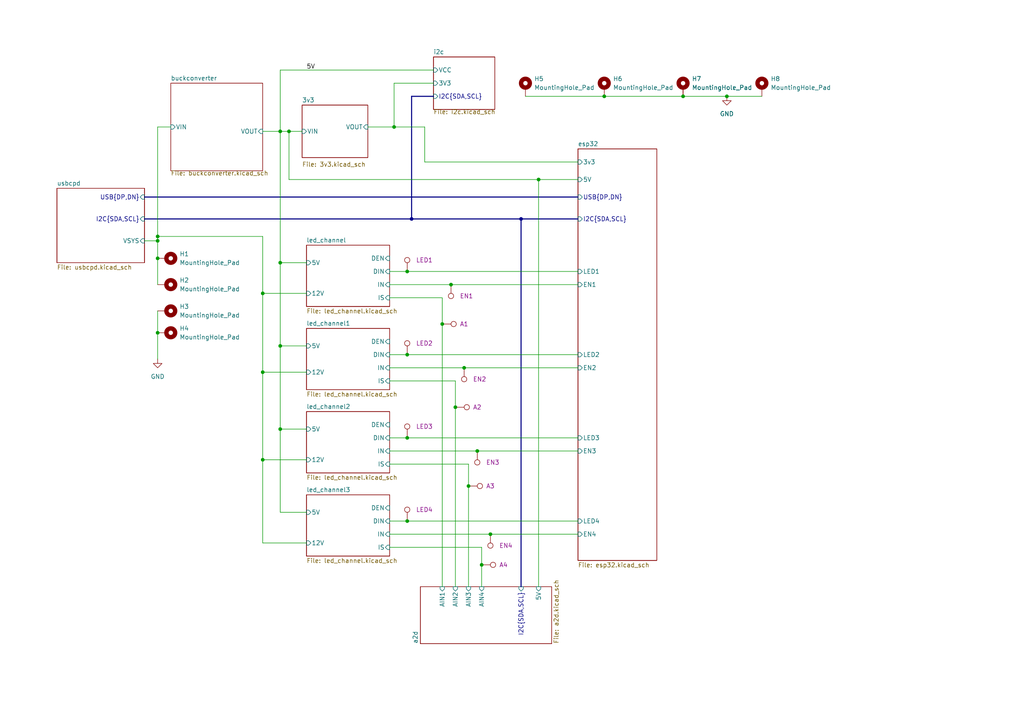
<source format=kicad_sch>
(kicad_sch (version 20250114) (generator "eeschema") (generator_version "9.0")
  (paper "A4")
  (lib_symbols
    (symbol "Mechanical:MountingHole_Pad" (pin_numbers (hide yes)) (pin_names (offset 1.016) (hide yes)) (exclude_from_sim yes) (in_bom no)
      (property "Reference" "H" (at 0 6.35 0))
      (property "Value" "MountingHole_Pad" (at 0 4.445 0))
      (symbol "MountingHole_Pad_0_1"
        (circle (center 0 1.27) (radius 1.27) (stroke (width 1.27)))
      )
      (symbol "MountingHole_Pad_1_1"
        (pin input line (at 0 -2.54 90) (length 2.54) (name "1") (number "1"))
      )
    )
    (symbol "easyeda2kicad:LabeledTestPoint" (pin_numbers (hide yes)) (pin_names (offset 0.762) (hide yes)) (in_bom no)
      (property "Label" "label" (at 0 5.08 0))
      (symbol "LabeledTestPoint_0_1"
        (circle (center 0 3.302) (radius 0.762))
      )
      (symbol "LabeledTestPoint_1_1"
        (pin passive line (at 0 0 90) (length 2.54) (name "1") (number "1"))
      )
    )
    (symbol "power:GND" (power) (pin_numbers (hide yes)) (pin_names (offset 0) (hide yes))
      (property "Value" "GND" (at 0 -3.81 0))
      (symbol "GND_0_1"
        (polyline (pts (xy 0 0) (xy 0 -1.27) (xy 1.27 -1.27) (xy 0 -2.54) (xy -1.27 -1.27) (xy 0 -1.27)))
      )
      (symbol "GND_1_1"
        (pin power_in line (at 0 0 270) (length 0) (name "~") (number "1"))
      )
    )
  )
  (junction (at 45.72 69.85))
  (junction (at 130.81 82.55))
  (junction (at 175.26 27.94))
  (junction (at 45.72 68.58))
  (junction (at 45.72 96.52))
  (junction (at 119.38 63.5))
  (junction (at 81.28 100.33))
  (junction (at 139.7 163.83))
  (junction (at 118.11 102.87))
  (junction (at 156.21 52.07))
  (junction (at 118.11 127))
  (junction (at 118.11 151.13))
  (junction (at 134.62 106.68))
  (junction (at 81.28 124.46))
  (junction (at 198.12 27.94))
  (junction (at 138.43 130.81))
  (junction (at 114.3 36.83))
  (junction (at 118.11 78.74))
  (junction (at 76.2 133.35))
  (junction (at 128.27 93.98))
  (junction (at 81.28 76.2))
  (junction (at 83.82 38.1))
  (junction (at 135.89 140.97))
  (junction (at 76.2 85.09))
  (junction (at 76.2 107.95))
  (junction (at 81.28 38.1))
  (junction (at 132.08 118.11))
  (junction (at 142.24 154.94))
  (junction (at 210.82 27.94))
  (junction (at 151.13 63.5))
  (junction (at 45.72 74.93))
  (wire (pts (xy 175.26 27.94) (xy 198.12 27.94)))
  (wire (pts (xy 81.28 20.32) (xy 81.28 38.1)))
  (wire (pts (xy 76.2 157.48) (xy 76.2 133.35)))
  (wire (pts (xy 114.3 36.83) (xy 123.19 36.83)))
  (wire (pts (xy 139.7 163.83) (xy 139.7 158.75)))
  (wire (pts (xy 76.2 38.1) (xy 81.28 38.1)))
  (wire (pts (xy 81.28 100.33) (xy 88.9 100.33)))
  (wire (pts (xy 88.9 107.95) (xy 76.2 107.95)))
  (wire (pts (xy 81.28 76.2) (xy 88.9 76.2)))
  (wire (pts (xy 113.03 154.94) (xy 142.24 154.94)))
  (wire (pts (xy 113.03 106.68) (xy 134.62 106.68)))
  (wire (pts (xy 128.27 93.98) (xy 128.27 86.36)))
  (wire (pts (xy 113.03 158.75) (xy 139.7 158.75)))
  (bus (pts (xy 119.38 27.94) (xy 119.38 63.5)))
  (wire (pts (xy 81.28 38.1) (xy 83.82 38.1)))
  (wire (pts (xy 114.3 24.13) (xy 114.3 36.83)))
  (wire (pts (xy 113.03 86.36) (xy 128.27 86.36)))
  (wire (pts (xy 132.08 118.11) (xy 132.08 110.49)))
  (wire (pts (xy 152.4 27.94) (xy 175.26 27.94)))
  (wire (pts (xy 88.9 85.09) (xy 76.2 85.09)))
  (wire (pts (xy 81.28 148.59) (xy 81.28 124.46)))
  (wire (pts (xy 135.89 170.18) (xy 135.89 140.97)))
  (wire (pts (xy 81.28 100.33) (xy 81.28 76.2)))
  (wire (pts (xy 132.08 170.18) (xy 132.08 118.11)))
  (wire (pts (xy 139.7 170.18) (xy 139.7 163.83)))
  (bus (pts (xy 41.91 63.5) (xy 119.38 63.5)))
  (wire (pts (xy 156.21 52.07) (xy 156.21 170.18)))
  (wire (pts (xy 118.11 151.13) (xy 167.64 151.13)))
  (wire (pts (xy 81.28 76.2) (xy 81.28 38.1)))
  (wire (pts (xy 113.03 78.74) (xy 118.11 78.74)))
  (bus (pts (xy 41.91 57.15) (xy 167.64 57.15)))
  (wire (pts (xy 113.03 130.81) (xy 138.43 130.81)))
  (wire (pts (xy 135.89 140.97) (xy 135.89 134.62)))
  (wire (pts (xy 142.24 154.94) (xy 167.64 154.94)))
  (wire (pts (xy 81.28 20.32) (xy 125.73 20.32)))
  (wire (pts (xy 76.2 68.58) (xy 76.2 85.09)))
  (wire (pts (xy 198.12 27.94) (xy 210.82 27.94)))
  (wire (pts (xy 88.9 157.48) (xy 76.2 157.48)))
  (wire (pts (xy 45.72 68.58) (xy 45.72 69.85)))
  (wire (pts (xy 128.27 170.18) (xy 128.27 93.98)))
  (wire (pts (xy 113.03 102.87) (xy 118.11 102.87)))
  (wire (pts (xy 156.21 52.07) (xy 167.64 52.07)))
  (wire (pts (xy 45.72 90.17) (xy 45.72 96.52)))
  (wire (pts (xy 118.11 127) (xy 167.64 127)))
  (wire (pts (xy 45.72 74.93) (xy 45.72 82.55)))
  (wire (pts (xy 45.72 69.85) (xy 45.72 74.93)))
  (wire (pts (xy 113.03 134.62) (xy 135.89 134.62)))
  (wire (pts (xy 83.82 52.07) (xy 156.21 52.07)))
  (wire (pts (xy 76.2 107.95) (xy 76.2 133.35)))
  (wire (pts (xy 88.9 148.59) (xy 81.28 148.59)))
  (wire (pts (xy 138.43 130.81) (xy 167.64 130.81)))
  (wire (pts (xy 210.82 27.94) (xy 220.98 27.94)))
  (wire (pts (xy 88.9 133.35) (xy 76.2 133.35)))
  (bus (pts (xy 151.13 63.5) (xy 167.64 63.5)))
  (wire (pts (xy 81.28 124.46) (xy 81.28 100.33)))
  (wire (pts (xy 118.11 102.87) (xy 167.64 102.87)))
  (wire (pts (xy 81.28 124.46) (xy 88.9 124.46)))
  (bus (pts (xy 119.38 63.5) (xy 151.13 63.5)))
  (wire (pts (xy 113.03 151.13) (xy 118.11 151.13)))
  (wire (pts (xy 113.03 82.55) (xy 130.81 82.55)))
  (wire (pts (xy 83.82 52.07) (xy 83.82 38.1)))
  (wire (pts (xy 76.2 85.09) (xy 76.2 107.95)))
  (wire (pts (xy 113.03 127) (xy 118.11 127)))
  (wire (pts (xy 49.53 36.83) (xy 45.72 36.83)))
  (wire (pts (xy 106.68 36.83) (xy 114.3 36.83)))
  (bus (pts (xy 125.73 27.94) (xy 119.38 27.94)))
  (wire (pts (xy 125.73 24.13) (xy 114.3 24.13)))
  (wire (pts (xy 45.72 36.83) (xy 45.72 68.58)))
  (wire (pts (xy 76.2 68.58) (xy 45.72 68.58)))
  (wire (pts (xy 118.11 78.74) (xy 167.64 78.74)))
  (bus (pts (xy 151.13 63.5) (xy 151.13 170.18)))
  (wire (pts (xy 83.82 38.1) (xy 87.63 38.1)))
  (wire (pts (xy 113.03 110.49) (xy 132.08 110.49)))
  (wire (pts (xy 123.19 36.83) (xy 123.19 46.99)))
  (wire (pts (xy 130.81 82.55) (xy 167.64 82.55)))
  (wire (pts (xy 41.91 69.85) (xy 45.72 69.85)))
  (wire (pts (xy 123.19 46.99) (xy 167.64 46.99)))
  (wire (pts (xy 45.72 96.52) (xy 45.72 104.14)))
  (wire (pts (xy 134.62 106.68) (xy 167.64 106.68)))
  (label "5V" (at 88.9 20.32 0))
  (symbol (lib_id "easyeda2kicad:LabeledTestPoint") (at 139.7 163.83 270) (unit 1) (in_bom no)
    (property "Reference" "TP16" (effects (hide yes)))
    (property "Value" "LabeledTestPoint" (effects (hide yes)))
    (property "Footprint" "easyeda2kicad:LabeledTestPoint" (effects (hide yes)))
    (property "Description" "test point" (effects (hide yes)))
    (property "Label" "A4" (at 144.78 163.8299 90) (effects (justify left)))
  )
  (symbol (lib_id "power:GND") (at 210.82 27.94 0) (unit 1)
    (property "Reference" "#PWR02" (effects (hide yes)))
    (property "Value" "GND" (at 210.82 33.02 0))
    (property "Description" "Power symbol creates a global label with name \"GND\" , ground" (effects (hide yes)))
  )
  (symbol (lib_id "Mechanical:MountingHole_Pad") (at 198.12 25.4 0) (unit 1) (exclude_from_sim yes) (in_bom no)
    (property "Reference" "H7" (at 200.66 22.8599 0) (effects (justify left)))
    (property "Value" "MountingHole_Pad" (at 200.66 25.3999 0) (effects (justify left)))
    (property "Footprint" "MountingHole:MountingHole_3.2mm_M3_Pad_Via" (effects (hide yes)))
    (property "Description" "Mounting Hole with connection" (effects (hide yes)))
  )
  (symbol (lib_id "power:GND") (at 45.72 104.14 0) (unit 1)
    (property "Reference" "#PWR01" (effects (hide yes)))
    (property "Value" "GND" (at 45.72 109.22 0))
    (property "Description" "Power symbol creates a global label with name \"GND\" , ground" (effects (hide yes)))
  )
  (symbol (lib_id "easyeda2kicad:LabeledTestPoint") (at 134.62 106.68 180) (unit 1) (in_bom no)
    (property "Reference" "TP10" (effects (hide yes)))
    (property "Value" "LabeledTestPoint" (effects (hide yes)))
    (property "Footprint" "easyeda2kicad:LabeledTestPoint" (effects (hide yes)))
    (property "Description" "test point" (effects (hide yes)))
    (property "Label" "EN2" (at 137.16 109.9819 0) (effects (justify right)))
  )
  (symbol (lib_id "easyeda2kicad:LabeledTestPoint") (at 130.81 82.55 180) (unit 1) (in_bom no)
    (property "Reference" "TP9" (effects (hide yes)))
    (property "Value" "LabeledTestPoint" (effects (hide yes)))
    (property "Footprint" "easyeda2kicad:LabeledTestPoint" (effects (hide yes)))
    (property "Description" "test point" (effects (hide yes)))
    (property "Label" "EN1" (at 133.35 85.8519 0) (effects (justify right)))
  )
  (symbol (lib_id "Mechanical:MountingHole_Pad") (at 48.26 82.55 270) (unit 1) (exclude_from_sim yes) (in_bom no)
    (property "Reference" "H2" (at 52.07 81.2799 90) (effects (justify left)))
    (property "Value" "MountingHole_Pad" (at 52.07 83.8199 90) (effects (justify left)))
    (property "Footprint" "MountingHole:MountingHole_4mm_Pad_Via" (effects (hide yes)))
    (property "Description" "Mounting Hole with connection" (effects (hide yes)))
  )
  (symbol (lib_id "Mechanical:MountingHole_Pad") (at 220.98 25.4 0) (unit 1) (exclude_from_sim yes) (in_bom no)
    (property "Reference" "H8" (at 223.52 22.8599 0) (effects (justify left)))
    (property "Value" "MountingHole_Pad" (at 223.52 25.3999 0) (effects (justify left)))
    (property "Footprint" "MountingHole:MountingHole_3.2mm_M3_Pad_Via" (effects (hide yes)))
    (property "Description" "Mounting Hole with connection" (effects (hide yes)))
  )
  (symbol (lib_id "Mechanical:MountingHole_Pad") (at 48.26 74.93 270) (unit 1) (exclude_from_sim yes) (in_bom no)
    (property "Reference" "H1" (at 52.07 73.6599 90) (effects (justify left)))
    (property "Value" "MountingHole_Pad" (at 52.07 76.1999 90) (effects (justify left)))
    (property "Footprint" "MountingHole:MountingHole_4mm_Pad_Via" (effects (hide yes)))
    (property "Description" "Mounting Hole with connection" (effects (hide yes)))
  )
  (symbol (lib_id "easyeda2kicad:LabeledTestPoint") (at 128.27 93.98 270) (unit 1) (in_bom no)
    (property "Reference" "TP13" (effects (hide yes)))
    (property "Value" "LabeledTestPoint" (effects (hide yes)))
    (property "Footprint" "easyeda2kicad:LabeledTestPoint" (effects (hide yes)))
    (property "Description" "test point" (effects (hide yes)))
    (property "Label" "A1" (at 133.35 93.9799 90) (effects (justify left)))
  )
  (symbol (lib_id "easyeda2kicad:LabeledTestPoint") (at 118.11 78.74 0) (unit 1) (in_bom no)
    (property "Reference" "TP5" (effects (hide yes)))
    (property "Value" "LabeledTestPoint" (effects (hide yes)))
    (property "Footprint" "easyeda2kicad:LabeledTestPoint" (effects (hide yes)))
    (property "Description" "test point" (effects (hide yes)))
    (property "Label" "LED1" (at 120.65 75.4379 0) (effects (justify left)))
  )
  (symbol (lib_id "easyeda2kicad:LabeledTestPoint") (at 118.11 127 0) (unit 1) (in_bom no)
    (property "Reference" "TP7" (effects (hide yes)))
    (property "Value" "LabeledTestPoint" (effects (hide yes)))
    (property "Footprint" "easyeda2kicad:LabeledTestPoint" (effects (hide yes)))
    (property "Description" "test point" (effects (hide yes)))
    (property "Label" "LED3" (at 120.65 123.6979 0) (effects (justify left)))
  )
  (symbol (lib_id "easyeda2kicad:LabeledTestPoint") (at 118.11 151.13 0) (unit 1) (in_bom no)
    (property "Reference" "TP8" (effects (hide yes)))
    (property "Value" "LabeledTestPoint" (effects (hide yes)))
    (property "Footprint" "easyeda2kicad:LabeledTestPoint" (effects (hide yes)))
    (property "Description" "test point" (effects (hide yes)))
    (property "Label" "LED4" (at 120.65 147.8279 0) (effects (justify left)))
  )
  (symbol (lib_id "easyeda2kicad:LabeledTestPoint") (at 138.43 130.81 180) (unit 1) (in_bom no)
    (property "Reference" "TP11" (effects (hide yes)))
    (property "Value" "LabeledTestPoint" (effects (hide yes)))
    (property "Footprint" "easyeda2kicad:LabeledTestPoint" (effects (hide yes)))
    (property "Description" "test point" (effects (hide yes)))
    (property "Label" "EN3" (at 140.97 134.1119 0) (effects (justify right)))
  )
  (symbol (lib_id "Mechanical:MountingHole_Pad") (at 175.26 25.4 0) (unit 1) (exclude_from_sim yes) (in_bom no)
    (property "Reference" "H6" (at 177.8 22.8599 0) (effects (justify left)))
    (property "Value" "MountingHole_Pad" (at 177.8 25.3999 0) (effects (justify left)))
    (property "Footprint" "MountingHole:MountingHole_3.2mm_M3_Pad_Via" (effects (hide yes)))
    (property "Description" "Mounting Hole with connection" (effects (hide yes)))
  )
  (symbol (lib_id "easyeda2kicad:LabeledTestPoint") (at 132.08 118.11 270) (unit 1) (in_bom no)
    (property "Reference" "TP14" (effects (hide yes)))
    (property "Value" "LabeledTestPoint" (effects (hide yes)))
    (property "Footprint" "easyeda2kicad:LabeledTestPoint" (effects (hide yes)))
    (property "Description" "test point" (effects (hide yes)))
    (property "Label" "A2" (at 137.16 118.1099 90) (effects (justify left)))
  )
  (symbol (lib_id "Mechanical:MountingHole_Pad") (at 48.26 96.52 270) (unit 1) (exclude_from_sim yes) (in_bom no)
    (property "Reference" "H4" (at 52.07 95.2499 90) (effects (justify left)))
    (property "Value" "MountingHole_Pad" (at 52.07 97.7899 90) (effects (justify left)))
    (property "Footprint" "MountingHole:MountingHole_4mm_Pad_Via" (effects (hide yes)))
    (property "Description" "Mounting Hole with connection" (effects (hide yes)))
  )
  (symbol (lib_id "easyeda2kicad:LabeledTestPoint") (at 142.24 154.94 180) (unit 1) (in_bom no)
    (property "Reference" "TP12" (effects (hide yes)))
    (property "Value" "LabeledTestPoint" (effects (hide yes)))
    (property "Footprint" "easyeda2kicad:LabeledTestPoint" (effects (hide yes)))
    (property "Description" "test point" (effects (hide yes)))
    (property "Label" "EN4" (at 144.78 158.2419 0) (effects (justify right)))
  )
  (symbol (lib_id "easyeda2kicad:LabeledTestPoint") (at 118.11 102.87 0) (unit 1) (in_bom no)
    (property "Reference" "TP6" (effects (hide yes)))
    (property "Value" "LabeledTestPoint" (effects (hide yes)))
    (property "Footprint" "easyeda2kicad:LabeledTestPoint" (effects (hide yes)))
    (property "Description" "test point" (effects (hide yes)))
    (property "Label" "LED2" (at 120.65 99.5679 0) (effects (justify left)))
  )
  (symbol (lib_id "Mechanical:MountingHole_Pad") (at 152.4 25.4 0) (unit 1) (exclude_from_sim yes) (in_bom no)
    (property "Reference" "H5" (at 154.94 22.8599 0) (effects (justify left)))
    (property "Value" "MountingHole_Pad" (at 154.94 25.3999 0) (effects (justify left)))
    (property "Footprint" "MountingHole:MountingHole_3.2mm_M3_Pad_Via" (effects (hide yes)))
    (property "Description" "Mounting Hole with connection" (effects (hide yes)))
  )
  (symbol (lib_id "Mechanical:MountingHole_Pad") (at 48.26 90.17 270) (unit 1) (exclude_from_sim yes) (in_bom no)
    (property "Reference" "H3" (at 52.07 88.8999 90) (effects (justify left)))
    (property "Value" "MountingHole_Pad" (at 52.07 91.4399 90) (effects (justify left)))
    (property "Footprint" "MountingHole:MountingHole_4mm_Pad_Via" (effects (hide yes)))
    (property "Description" "Mounting Hole with connection" (effects (hide yes)))
  )
  (symbol (lib_id "easyeda2kicad:LabeledTestPoint") (at 135.89 140.97 270) (unit 1) (in_bom no)
    (property "Reference" "TP15" (effects (hide yes)))
    (property "Value" "LabeledTestPoint" (effects (hide yes)))
    (property "Footprint" "easyeda2kicad:LabeledTestPoint" (effects (hide yes)))
    (property "Description" "test point" (effects (hide yes)))
    (property "Label" "A3" (at 140.97 140.9699 90) (effects (justify left)))
  )
  (sheet (at 88.9 95.25) (size 24.13 17.78) (stroke (width 0.1524))
    (property "Sheetname" "led_channel1" (at 88.9 94.5384 0) (effects (justify left bottom)))
    (property "Sheetfile" "led_channel.kicad_sch" (at 88.9 113.6146 0) (effects (justify left top)))
    (pin "12V" input (at 88.9 107.95 180))
    (pin "DEN" input (at 113.03 99.06 0))
    (pin "DIN" input (at 113.03 102.87 0))
    (pin "IN" input (at 113.03 106.68 0))
    (pin "IS" input (at 113.03 110.49 0))
    (pin "5V" input (at 88.9 100.33 180))
  )
  (sheet (at 125.73 16.51) (size 17.78 15.24) (stroke (width 0.1524))
    (property "Sheetname" "i2c" (at 125.73 15.7984 0) (effects (justify left bottom)))
    (property "Sheetfile" "i2c.kicad_sch" (at 125.73 31.6996 0) (effects (justify left top)))
    (pin "3V3" input (at 125.73 24.13 180))
    (pin "VCC" input (at 125.73 20.32 180))
    (pin "I2C{SDA,SCL}" input (at 125.73 27.94 180))
  )
  (sheet (at 16.51 54.61) (size 25.4 21.59) (stroke (width 0.1524))
    (property "Sheetname" "usbcpd" (at 16.51 53.8984 0) (effects (justify left bottom)))
    (property "Sheetfile" "usbcpd.kicad_sch" (at 16.51 76.7846 0) (effects (justify left top)))
    (pin "VSYS" input (at 41.91 69.85 0))
    (pin "I2C{SDA,SCL}" input (at 41.91 63.5 0))
    (pin "USB{DP,DN}" input (at 41.91 57.15 0))
  )
  (sheet (at 167.64 43.18) (size 22.86 119.38) (stroke (width 0.1524))
    (property "Sheetname" "esp32" (at 167.64 42.4684 0) (effects (justify left bottom)))
    (property "Sheetfile" "esp32.kicad_sch" (at 167.64 163.1446 0) (effects (justify left top)))
    (pin "3v3" input (at 167.64 46.99 180))
    (pin "I2C{SDA,SCL}" input (at 167.64 63.5 180))
    (pin "5V" input (at 167.64 52.07 180))
    (pin "USB{DP,DN}" input (at 167.64 57.15 180))
    (pin "EN1" input (at 167.64 82.55 180))
    (pin "EN2" input (at 167.64 106.68 180))
    (pin "EN3" input (at 167.64 130.81 180))
    (pin "EN4" input (at 167.64 154.94 180))
    (pin "LED1" input (at 167.64 78.74 180))
    (pin "LED2" input (at 167.64 102.87 180))
    (pin "LED3" input (at 167.64 127 180))
    (pin "LED4" input (at 167.64 151.13 180))
  )
  (sheet (at 88.9 143.51) (size 24.13 17.78) (stroke (width 0.1524))
    (property "Sheetname" "led_channel3" (at 88.9 142.7984 0) (effects (justify left bottom)))
    (property "Sheetfile" "led_channel.kicad_sch" (at 88.9 161.8746 0) (effects (justify left top)))
    (pin "12V" input (at 88.9 157.48 180))
    (pin "DEN" input (at 113.03 147.32 0))
    (pin "DIN" input (at 113.03 151.13 0))
    (pin "IN" input (at 113.03 154.94 0))
    (pin "IS" input (at 113.03 158.75 0))
    (pin "5V" input (at 88.9 148.59 180))
  )
  (sheet (at 49.53 24.13) (size 26.67 25.4) (stroke (width 0.1524))
    (property "Sheetname" "buckconverter" (at 49.53 23.4184 0) (effects (justify left bottom)))
    (property "Sheetfile" "buckconverter.kicad_sch" (at 49.53 49.4796 0) (effects (justify left top)))
    (pin "VIN" input (at 49.53 36.83 180))
    (pin "VOUT" input (at 76.2 38.1 0))
  )
  (sheet (at 121.92 170.18) (size 38.1 16.51) (stroke (width 0.1524))
    (property "Sheetname" "a2d" (at 121.2084 186.69 90) (effects (justify left bottom)))
    (property "Sheetfile" "a2d.kicad_sch" (at 160.6046 186.69 90) (effects (justify left top)))
    (pin "5V" input (at 156.21 170.18 90))
    (pin "AIN1" input (at 128.27 170.18 90))
    (pin "AIN2" input (at 132.08 170.18 90))
    (pin "AIN3" input (at 135.89 170.18 90))
    (pin "AIN4" input (at 139.7 170.18 90))
    (pin "I2C{SDA,SCL}" input (at 151.13 170.18 90))
  )
  (sheet (at 88.9 119.38) (size 24.13 17.78) (stroke (width 0.1524))
    (property "Sheetname" "led_channel2" (at 88.9 118.6684 0) (effects (justify left bottom)))
    (property "Sheetfile" "led_channel.kicad_sch" (at 88.9 137.7446 0) (effects (justify left top)))
    (pin "12V" input (at 88.9 133.35 180))
    (pin "DEN" input (at 113.03 123.19 0))
    (pin "DIN" input (at 113.03 127 0))
    (pin "IN" input (at 113.03 130.81 0))
    (pin "IS" input (at 113.03 134.62 0))
    (pin "5V" input (at 88.9 124.46 180))
  )
  (sheet (at 88.9 71.12) (size 24.13 17.78) (stroke (width 0.1524))
    (property "Sheetname" "led_channel" (at 88.9 70.4084 0) (effects (justify left bottom)))
    (property "Sheetfile" "led_channel.kicad_sch" (at 88.9 89.4846 0) (effects (justify left top)))
    (pin "12V" input (at 88.9 85.09 180))
    (pin "DEN" input (at 113.03 74.93 0))
    (pin "DIN" input (at 113.03 78.74 0))
    (pin "IN" input (at 113.03 82.55 0))
    (pin "IS" input (at 113.03 86.36 0))
    (pin "5V" input (at 88.9 76.2 180))
  )
  (sheet (at 87.63 30.48) (size 19.05 15.24) (stroke (width 0.1524))
    (property "Sheetname" "3v3" (at 87.63 29.7684 0) (effects (justify left bottom)))
    (property "Sheetfile" "3v3.kicad_sch" (at 87.63 46.9396 0) (effects (justify left top)))
    (pin "VIN" input (at 87.63 38.1 180))
    (pin "VOUT" input (at 106.68 36.83 0))
  )
)
</source>
